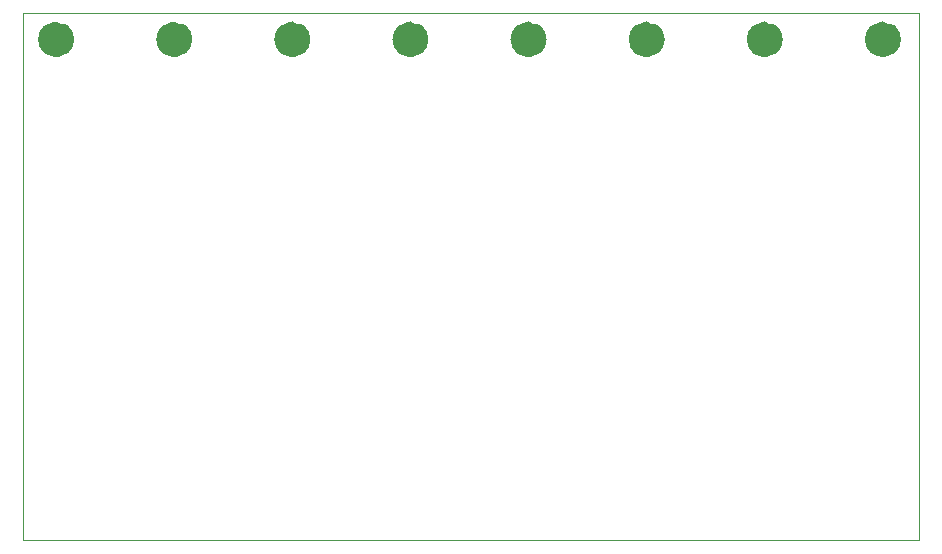
<source format=gbr>
G04 #@! TF.GenerationSoftware,KiCad,Pcbnew,(6.99.0-2452-gdb4f2d9dd8)*
G04 #@! TF.CreationDate,2022-08-01T20:19:13-05:00*
G04 #@! TF.ProjectId,council of matts,636f756e-6369-46c2-906f-66206d617474,rev?*
G04 #@! TF.SameCoordinates,Original*
G04 #@! TF.FileFunction,Profile,NP*
%FSLAX46Y46*%
G04 Gerber Fmt 4.6, Leading zero omitted, Abs format (unit mm)*
G04 Created by KiCad (PCBNEW (6.99.0-2452-gdb4f2d9dd8)) date 2022-08-01 20:19:13*
%MOMM*%
%LPD*%
G01*
G04 APERTURE LIST*
G04 #@! TA.AperFunction,Profile*
%ADD10C,1.536607*%
G04 #@! TD*
G04 #@! TA.AperFunction,Profile*
%ADD11C,0.100000*%
G04 #@! TD*
G04 APERTURE END LIST*
D10*
X138768303Y-61000000D02*
G75*
G03*
X138768303Y-61000000I-768303J0D01*
G01*
X98768303Y-61000000D02*
G75*
G03*
X98768303Y-61000000I-768303J0D01*
G01*
D11*
X65200000Y-58800000D02*
X141100000Y-58800000D01*
X141100000Y-58800000D02*
X141100000Y-103400000D01*
X141100000Y-103400000D02*
X65200000Y-103400000D01*
X65200000Y-103400000D02*
X65200000Y-58800000D01*
D10*
X118768303Y-61000000D02*
G75*
G03*
X118768303Y-61000000I-768303J0D01*
G01*
X78768303Y-61000000D02*
G75*
G03*
X78768303Y-61000000I-768303J0D01*
G01*
X68768303Y-61000000D02*
G75*
G03*
X68768303Y-61000000I-768303J0D01*
G01*
X108768303Y-61000000D02*
G75*
G03*
X108768303Y-61000000I-768303J0D01*
G01*
X128768303Y-61000000D02*
G75*
G03*
X128768303Y-61000000I-768303J0D01*
G01*
X88768303Y-61000000D02*
G75*
G03*
X88768303Y-61000000I-768303J0D01*
G01*
M02*

</source>
